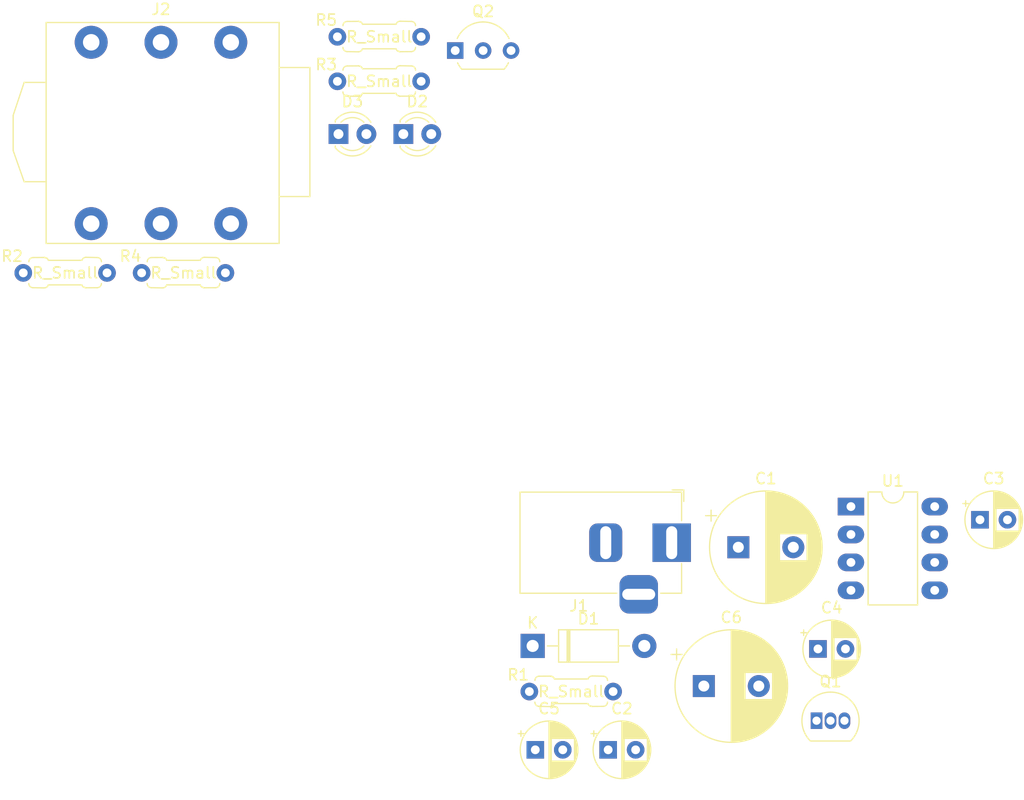
<source format=kicad_pcb>
(kicad_pcb (version 20211014) (generator pcbnew)
  (layers (0 "F.Cu" signal) (31 "B.Cu" signal) (34 "B.Paste" user) (35 "F.Paste" user) (36 "B.SilkS" user "B.Silkscreen") (37 "F.SilkS" user "F.Silkscreen") (38 "B.Mask" user) (39 "F.Mask" user) (44 "Edge.Cuts" user))
  (net 0 "")
  (net 1 "+9V")
  (net 2 "GND")
  (net 3 "Net-(C3-Pad1)")
  (net 4 "Net-(C3-Pad2)")
  (net 5 "Net-(C4-Pad1)")
  (net 6 "Net-(C5-Pad1)")
  (net 7 "-8V")
  (net 8 "Net-(D1-Pad2)")
  (net 13 "Net-(D2-Pad1)")
  (net 17 "Net-(J2-PadT)")
  (net 19 "Net-(Q2-Pad2)")
  (net 20 "Net-(Q2-Pad1)")
  (footprint "Capacitor_THT:CP_Radial_D5.0mm_P2.50mm" (layer "F.Cu") (at 159.653129 97.322)
    (fp_text reference "C3" (at 1.25 -3.75) (layer "F.SilkS"))
    (fp_text value "10u")
    (pad "1" thru_hole rect locked (at 0 0) (size 1.6 1.6) (drill 0.8) (layers *.Cu *.Mask) (net 3 "Net-(C3-Pad1)"))
    (pad "2" thru_hole circle locked (at 2.5 0) (size 1.6 1.6) (drill 0.8) (layers *.Cu *.Mask) (net 4 "Net-(C3-Pad2)"))
  )
  (footprint "Package_TO_SOT_THT:TO-92L_Inline_Wide" (layer "F.Cu") (at 111.908 54.63)
    (fp_text reference "Q2" (at 2.54 -3.56) (layer "F.SilkS"))
    (fp_text value "MMBFJ112")
    (pad "1" thru_hole rect locked (at 0 0) (size 1.5 1.5) (drill 0.8) (layers *.Cu *.Mask) (net 20 "Net-(Q2-Pad1)"))
    (pad "2" thru_hole circle locked (at 2.54 0) (size 1.5 1.5) (drill 0.8) (layers *.Cu *.Mask) (net 19 "Net-(Q2-Pad2)"))
    (pad "3" thru_hole circle locked (at 5.08 0) (size 1.5 1.5) (drill 0.8) (layers *.Cu *.Mask) (net 13 "Net-(D2-Pad1)"))
  )
  (footprint "Capacitor_THT:CP_Radial_D5.0mm_P2.50mm" (layer "F.Cu") (at 119.193129 118.252)
    (fp_text reference "C5" (at 1.25 -3.75) (layer "F.SilkS"))
    (fp_text value "10u")
    (pad "1" thru_hole rect locked (at 0 0) (size 1.6 1.6) (drill 0.8) (layers *.Cu *.Mask) (net 6 "Net-(C5-Pad1)"))
    (pad "2" thru_hole circle locked (at 2.5 0) (size 1.6 1.6) (drill 0.8) (layers *.Cu *.Mask) (net 2 "GND"))
  )
  (footprint "PartsStash:R_Axial_DIN0207_L6.3mm_D2.5mm_P7.62mm_Horizontal" (layer "F.Cu") (at 101.188 57.43)
    (fp_text reference "R3" (at -1.016 -1.524) (layer "F.SilkS"))
    (fp_text value "R_Small")
    (fp_text user "${VALUE}" (at 3.81 0 unlocked) (layer "F.SilkS"))
    (pad "1" thru_hole circle (at 0 0) (size 1.6 1.6) (drill 0.8) (layers *.Cu *.Mask) (net 17 "Net-(J2-PadT)"))
    (pad "2" thru_hole oval (at 7.62 0) (size 1.6 1.6) (drill 0.8) (layers *.Cu *.Mask) (net 13 "Net-(D2-Pad1)"))
  )
  (footprint "Diode_THT:D_DO-41_SOD81_P10.16mm_Horizontal" (layer "F.Cu") (at 118.953354 108.802)
    (fp_text reference "D1" (at 5.08 -2.47) (layer "F.SilkS"))
    (fp_text value "1N5817")
    (fp_text user "K" (at 0 -2.1) (layer "F.SilkS"))
    (pad "1" thru_hole rect locked (at 0 0) (size 2.2 2.2) (drill 1.1) (layers *.Cu *.Mask) (net 1 "+9V"))
    (pad "2" thru_hole oval locked (at 10.16 0) (size 2.2 2.2) (drill 1.1) (layers *.Cu *.Mask) (net 8 "Net-(D1-Pad2)"))
  )
  (footprint "Capacitor_THT:CP_Radial_D5.0mm_P2.50mm" (layer "F.Cu") (at 144.913129 109.072)
    (fp_text reference "C4" (at 1.25 -3.75) (layer "F.SilkS"))
    (fp_text value "10u")
    (pad "1" thru_hole rect locked (at 0 0) (size 1.6 1.6) (drill 0.8) (layers *.Cu *.Mask) (net 5 "Net-(C4-Pad1)"))
    (pad "2" thru_hole circle locked (at 2.5 0) (size 1.6 1.6) (drill 0.8) (layers *.Cu *.Mask) (net 2 "GND"))
  )
  (footprint "LED_THT:LED_D3.0mm" (layer "F.Cu") (at 101.288 62.23)
    (fp_text reference "D3" (at 1.27 -2.96) (layer "F.SilkS"))
    (fp_text value "LED_Small")
    (pad "1" thru_hole rect locked (at 0 0) (size 1.8 1.8) (drill 0.9) (layers *.Cu *.Mask) (net 2 "GND"))
    (pad "2" thru_hole circle locked (at 2.54 0) (size 1.8 1.8) (drill 0.9) (layers *.Cu *.Mask) (net 13 "Net-(D2-Pad1)"))
  )
  (footprint "PartsStash:R_Axial_DIN0207_L6.3mm_D2.5mm_P7.62mm_Horizontal" (layer "F.Cu") (at 72.608 74.86)
    (fp_text reference "R2" (at -1.016 -1.524) (layer "F.SilkS"))
    (fp_text value "R_Small")
    (fp_text user "${VALUE}" (at 3.81 0 unlocked) (layer "F.SilkS"))
    (pad "1" thru_hole circle (at 0 0) (size 1.6 1.6) (drill 0.8) (layers *.Cu *.Mask) (net 17 "Net-(J2-PadT)"))
    (pad "2" thru_hole oval (at 7.62 0) (size 1.6 1.6) (drill 0.8) (layers *.Cu *.Mask) (net 2 "GND"))
  )
  (footprint "Capacitor_THT:CP_Radial_D10.0mm_P5.00mm" (layer "F.Cu") (at 137.668 99.822)
    (fp_text reference "C1" (at 2.5 -6.25) (layer "F.SilkS"))
    (fp_text value "470u")
    (pad "1" thru_hole rect locked (at 0 0) (size 2 2) (drill 1) (layers *.Cu *.Mask) (net 1 "+9V"))
    (pad "2" thru_hole circle locked (at 5 0) (size 2 2) (drill 1) (layers *.Cu *.Mask) (net 2 "GND"))
  )
  (footprint "Capacitor_THT:CP_Radial_D5.0mm_P2.50mm" (layer "F.Cu") (at 125.823129 118.252)
    (fp_text reference "C2" (at 1.25 -3.75) (layer "F.SilkS"))
    (fp_text value "10u")
    (pad "1" thru_hole rect locked (at 0 0) (size 1.6 1.6) (drill 0.8) (layers *.Cu *.Mask) (net 1 "+9V"))
    (pad "2" thru_hole circle locked (at 2.5 0) (size 1.6 1.6) (drill 0.8) (layers *.Cu *.Mask) (net 2 "GND"))
  )
  (footprint "PartsStash:R_Axial_DIN0207_L6.3mm_D2.5mm_P7.62mm_Horizontal" (layer "F.Cu") (at 118.653354 112.952)
    (fp_text reference "R1" (at -1.016 -1.524) (layer "F.SilkS"))
    (fp_text value "R_Small")
    (fp_text user "${VALUE}" (at 3.81 0 unlocked) (layer "F.SilkS"))
    (pad "1" thru_hole circle (at 0 0) (size 1.6 1.6) (drill 0.8) (layers *.Cu *.Mask) (net 5 "Net-(C4-Pad1)"))
    (pad "2" thru_hole oval (at 7.62 0) (size 1.6 1.6) (drill 0.8) (layers *.Cu *.Mask) (net 6 "Net-(C5-Pad1)"))
  )
  (footprint "Capacitor_THT:CP_Radial_D10.0mm_P5.00mm" (layer "F.Cu") (at 134.528 112.452)
    (fp_text reference "C6" (at 2.5 -6.25) (layer "F.SilkS"))
    (fp_text value "470u")
    (pad "1" thru_hole rect locked (at 0 0) (size 2 2) (drill 1) (layers *.Cu *.Mask) (net 7 "-8V"))
    (pad "2" thru_hole circle locked (at 5 0) (size 2 2) (drill 1) (layers *.Cu *.Mask) (net 2 "GND"))
  )
  (footprint "Package_DIP:DIP-8_W7.62mm_LongPads" (layer "F.Cu") (at 147.913354 96.122)
    (fp_text reference "U1" (at 3.81 -2.33) (layer "F.SilkS"))
    (fp_text value "ICL7660")
    (pad "1" thru_hole rect locked (at 0 0) (size 2.4 1.6) (drill 0.8) (layers *.Cu *.Mask))
    (pad "2" thru_hole oval locked (at 0 2.54) (size 2.4 1.6) (drill 0.8) (layers *.Cu *.Mask) (net 3 "Net-(C3-Pad1)"))
    (pad "3" thru_hole oval locked (at 0 5.08) (size 2.4 1.6) (drill 0.8) (layers *.Cu *.Mask) (net 2 "GND"))
    (pad "4" thru_hole oval locked (at 0 7.62) (size 2.4 1.6) (drill 0.8) (layers *.Cu *.Mask) (net 4 "Net-(C3-Pad2)"))
    (pad "5" thru_hole oval locked (at 7.62 7.62) (size 2.4 1.6) (drill 0.8) (layers *.Cu *.Mask) (net 5 "Net-(C4-Pad1)"))
    (pad "6" thru_hole oval locked (at 7.62 5.08) (size 2.4 1.6) (drill 0.8) (layers *.Cu *.Mask))
    (pad "7" thru_hole oval locked (at 7.62 2.54) (size 2.4 1.6) (drill 0.8) (layers *.Cu *.Mask))
    (pad "8" thru_hole oval locked (at 7.62 0) (size 2.4 1.6) (drill 0.8) (layers *.Cu *.Mask) (net 1 "+9V"))
  )
  (footprint "LED_THT:LED_D3.0mm" (layer "F.Cu") (at 107.188 62.23)
    (fp_text reference "D2" (at 1.27 -2.96) (layer "F.SilkS"))
    (fp_text value "LED_Small")
    (pad "1" thru_hole rect locked (at 0 0) (size 1.8 1.8) (drill 0.9) (layers *.Cu *.Mask) (net 13 "Net-(D2-Pad1)"))
    (pad "2" thru_hole circle locked (at 2.54 0) (size 1.8 1.8) (drill 0.9) (layers *.Cu *.Mask) (net 2 "GND"))
  )
  (footprint "PartsStash:Jack_6.35mm_Rean_NYS215_Horizontal" (layer "F.Cu") (at 78.788 53.88)
    (fp_text reference "J2" (at 6.35 -3) (layer "F.SilkS"))
    (fp_text value "AudioJack3_Switch")
    (pad "R" thru_hole circle (at 6.35 0) (size 3 3) (drill 1.5) (layers *.Cu *.Mask))
    (pad "RN" thru_hole circle (at 6.35 16.5) (size 3 3) (drill 1.5) (layers *.Cu *.Mask))
    (pad "S" thru_hole circle (at 12.7 0) (size 3 3) (drill 1.5) (layers *.Cu *.Mask) (net 2 "GND"))
    (pad "SN" thru_hole circle (at 12.7 16.5) (size 3 3) (drill 1.5) (layers *.Cu *.Mask))
    (pad "T" thru_hole circle (at 0 0) (size 3 3) (drill 1.5) (layers *.Cu *.Mask) (net 17 "Net-(J2-PadT)"))
    (pad "TN" thru_hole circle (at 0 16.5) (size 3 3) (drill 1.5) (layers *.Cu *.Mask))
  )
  (footprint "Package_TO_SOT_THT:TO-92_Inline" (layer "F.Cu") (at 144.783354 115.602)
    (fp_text reference "Q1" (at 1.27 -3.56) (layer "F.SilkS"))
    (fp_text value "BC556")
    (pad "1" thru_hole rect locked (at 0 0) (size 1.05 1.5) (drill 0.75) (layers *.Cu *.Mask) (net 5 "Net-(C4-Pad1)"))
    (pad "2" thru_hole oval locked (at 1.27 0) (size 1.05 1.5) (drill 0.75) (layers *.Cu *.Mask) (net 6 "Net-(C5-Pad1)"))
    (pad "3" thru_hole oval locked (at 2.54 0) (size 1.05 1.5) (drill 0.75) (layers *.Cu *.Mask) (net 7 "-8V"))
  )
  (footprint "PartsStash:R_Axial_DIN0207_L6.3mm_D2.5mm_P7.62mm_Horizontal" (layer "F.Cu") (at 101.188 53.38)
    (fp_text reference "R5" (at -1.016 -1.524) (layer "F.SilkS"))
    (fp_text value "R_Small")
    (fp_text user "${VALUE}" (at 3.81 0 unlocked) (layer "F.SilkS"))
    (pad "1" thru_hole circle (at 0 0) (size 1.6 1.6) (drill 0.8) (layers *.Cu *.Mask) (net 19 "Net-(Q2-Pad2)"))
    (pad "2" thru_hole oval (at 7.62 0) (size 1.6 1.6) (drill 0.8) (layers *.Cu *.Mask) (net 2 "GND"))
  )
  (footprint "Connector_BarrelJack:BarrelJack_Horizontal" (layer "F.Cu") (at 131.603354 99.407)
    (fp_text reference "J1" (at -8.45 5.75) (layer "F.SilkS"))
    (fp_text value "Barrel_Jack_Switch")
    (pad "1" thru_hole rect locked (at 0 0) (size 3.5 3.5) (drill oval 1 3) (layers *.Cu *.Mask) (net 2 "GND"))
    (pad "2" thru_hole roundrect locked (at -6 0) (size 3 3.5) (drill oval 1 3) (layers *.Cu *.Mask) (net 8 "Net-(D1-Pad2)"))
    (pad "3" thru_hole roundrect locked (at -3 4.7) (size 3.5 3.5) (drill oval 3 1) (layers *.Cu *.Mask))
  )
  (footprint "PartsStash:R_Axial_DIN0207_L6.3mm_D2.5mm_P7.62mm_Horizontal" (layer "F.Cu") (at 83.378 74.86)
    (fp_text reference "R4" (at -1.016 -1.524) (layer "F.SilkS"))
    (fp_text value "R_Small")
    (fp_text user "${VALUE}" (at 3.81 0 unlocked) (layer "F.SilkS"))
    (pad "1" thru_hole circle (at 0 0) (size 1.6 1.6) (drill 0.8) (layers *.Cu *.Mask) (net 1 "+9V"))
    (pad "2" thru_hole oval (at 7.62 0) (size 1.6 1.6) (drill 0.8) (layers *.Cu *.Mask) (net 20 "Net-(Q2-Pad1)"))
  )
)
</source>
